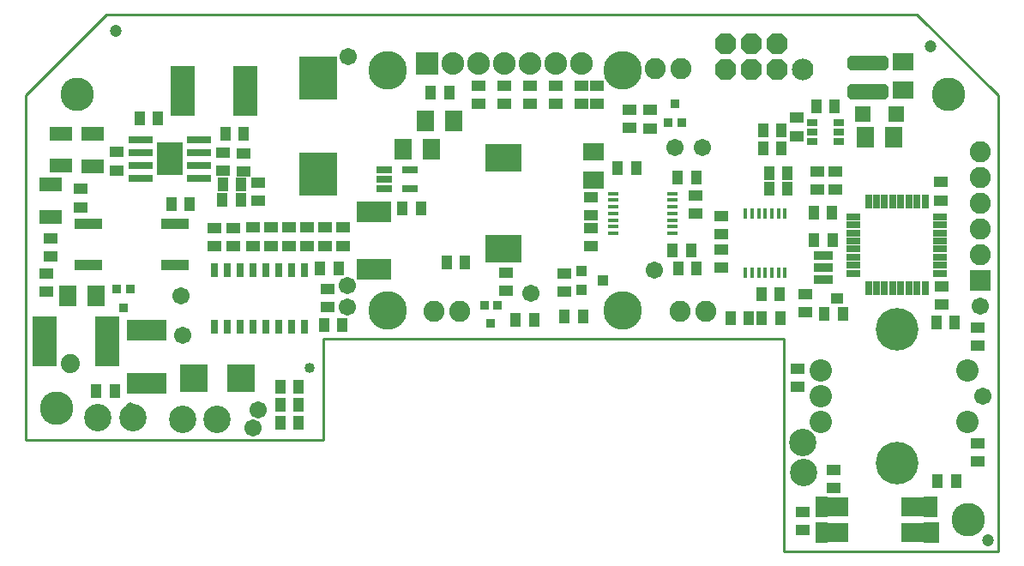
<source format=gts>
G04 EAGLE Gerber RS-274X export*
G75*
%MOMM*%
%FSLAX34Y34*%
%LPD*%
%INTop Solder Mask*%
%IPPOS*%
%AMOC8*
5,1,8,0,0,1.08239X$1,22.5*%
G01*
%ADD10C,3.303194*%
%ADD11R,1.397000X2.032000*%
%ADD12R,1.524000X2.032000*%
%ADD13R,1.143000X2.032000*%
%ADD14R,1.143000X1.016000*%
%ADD15C,2.203200*%
%ADD16C,4.203200*%
%ADD17R,1.524000X0.762000*%
%ADD18R,1.403200X1.003200*%
%ADD19R,1.003200X1.403200*%
%ADD20R,3.403200X2.003200*%
%ADD21R,2.235200X2.235200*%
%ADD22C,2.235200*%
%ADD23C,3.803200*%
%ADD24R,1.803200X2.003200*%
%ADD25R,2.794000X1.066800*%
%ADD26R,1.903200X0.903200*%
%ADD27R,1.473200X0.762000*%
%ADD28R,0.762000X1.473200*%
%ADD29R,0.803200X1.403200*%
%ADD30R,1.003200X0.653200*%
%ADD31R,2.353200X0.703200*%
%ADD32R,2.603200X3.303200*%
%ADD33C,0.828322*%
%ADD34R,3.703200X4.303200*%
%ADD35R,1.600200X1.600200*%
%ADD36R,2.003200X1.803200*%
%ADD37R,1.103200X1.003200*%
%ADD38R,2.203200X1.403200*%
%ADD39R,2.489200X5.003200*%
%ADD40R,2.743200X2.743200*%
%ADD41R,0.903200X0.903200*%
%ADD42R,3.903200X2.003200*%
%ADD43C,1.203200*%
%ADD44C,1.703200*%
%ADD45C,2.082800*%
%ADD46R,2.082800X2.082800*%
%ADD47R,1.000000X0.450000*%
%ADD48R,0.450000X1.000000*%
%ADD49R,2.203200X1.983200*%
%ADD50P,2.254402X8X22.500000*%
%ADD51C,1.016000*%
%ADD52R,3.603200X2.803200*%
%ADD53C,0.965200*%
%ADD54C,2.703200*%
%ADD55C,1.879600*%
%ADD56C,2.133600*%
%ADD57C,0.254000*%


D10*
X50800Y340800D03*
X910800Y340800D03*
X30800Y30800D03*
X930800Y-79200D03*
D11*
X893445Y-66040D03*
D12*
X894080Y-91440D03*
D13*
X785495Y-66040D03*
X785495Y-91440D03*
D14*
X800735Y139700D03*
D15*
X785070Y68600D03*
X785070Y17800D03*
X785070Y43200D03*
D16*
X860000Y-22840D03*
X860000Y109240D03*
D15*
X929850Y17800D03*
X929850Y68600D03*
D17*
X353822Y266446D03*
X353822Y257048D03*
X353822Y247650D03*
X379222Y247650D03*
X379222Y266446D03*
D18*
X224155Y191533D03*
X224155Y209533D03*
X241935Y191533D03*
X241935Y209533D03*
X259715Y191533D03*
X259715Y209533D03*
X277495Y191533D03*
X277495Y209533D03*
X313055Y191533D03*
X313055Y209533D03*
X295275Y191533D03*
X295275Y209533D03*
X204851Y191406D03*
X204851Y209406D03*
X186309Y191406D03*
X186309Y209406D03*
D19*
X194454Y252222D03*
X212454Y252222D03*
D20*
X344170Y224723D03*
X344170Y168723D03*
D19*
X269604Y16510D03*
X251604Y16510D03*
X251604Y34290D03*
X269604Y34290D03*
X251604Y52070D03*
X269604Y52070D03*
D21*
X396320Y371420D03*
D22*
X421720Y371420D03*
X447120Y371420D03*
X472520Y371420D03*
X497920Y371420D03*
X523320Y371420D03*
D23*
X589120Y127820D03*
X357120Y127820D03*
X357120Y364820D03*
X589120Y364820D03*
D22*
X548720Y371420D03*
D18*
X762000Y51960D03*
X762000Y69960D03*
X769620Y125620D03*
X769620Y143620D03*
D19*
X918320Y-40640D03*
X900320Y-40640D03*
D18*
X939800Y-21700D03*
X939800Y-3700D03*
X24257Y198738D03*
X24257Y180738D03*
D19*
X399940Y342900D03*
X417940Y342900D03*
D24*
X422940Y314960D03*
X394940Y314960D03*
D18*
X798957Y246778D03*
X798957Y264778D03*
D25*
X147606Y172974D03*
X147606Y213106D03*
X61754Y213106D03*
X61754Y172974D03*
D19*
X162162Y232537D03*
X144162Y232537D03*
D18*
X563880Y331360D03*
X563880Y349360D03*
X781177Y246778D03*
X781177Y264778D03*
D26*
X787527Y158053D03*
X787527Y170053D03*
X787527Y182053D03*
D27*
X816991Y220278D03*
X816991Y212278D03*
X816991Y204278D03*
X816991Y196278D03*
X816991Y188278D03*
X816991Y180278D03*
X816991Y172278D03*
X816991Y164278D03*
D28*
X831917Y149352D03*
X839917Y149352D03*
X847917Y149352D03*
X855917Y149352D03*
X863917Y149352D03*
X871917Y149352D03*
X879917Y149352D03*
X887917Y149352D03*
D27*
X902843Y164278D03*
X902843Y172278D03*
X902843Y180278D03*
X902843Y188278D03*
X902843Y196278D03*
X902843Y204278D03*
X902843Y212278D03*
X902843Y220278D03*
D28*
X887917Y235204D03*
X879917Y235204D03*
X871917Y235204D03*
X863917Y235204D03*
X855917Y235204D03*
X847917Y235204D03*
X839917Y235204D03*
X831917Y235204D03*
D18*
X903859Y254491D03*
X903859Y236491D03*
D29*
X274955Y167573D03*
X262255Y167573D03*
X249555Y167573D03*
X236855Y167573D03*
X224155Y167573D03*
X211455Y167573D03*
X198755Y167573D03*
X186055Y167573D03*
X186055Y111573D03*
X198755Y111573D03*
X211455Y111573D03*
X224155Y111573D03*
X236855Y111573D03*
X249555Y111573D03*
X262255Y111573D03*
X274955Y111573D03*
D18*
X298450Y131081D03*
X298450Y149081D03*
X447040Y331360D03*
X447040Y349360D03*
X472440Y331360D03*
X472440Y349360D03*
X497840Y331360D03*
X497840Y349360D03*
X523240Y331360D03*
X523240Y349360D03*
X548640Y331360D03*
X548640Y349360D03*
D30*
X776809Y313411D03*
X776809Y303911D03*
X776809Y294411D03*
X802309Y294411D03*
X802309Y303911D03*
X802309Y313411D03*
D31*
X113617Y296545D03*
X113617Y283845D03*
X113617Y271145D03*
X113617Y258445D03*
X171117Y258445D03*
X171117Y271145D03*
X171117Y283845D03*
X171117Y296545D03*
D32*
X142367Y277495D03*
D33*
X815594Y346884D02*
X847344Y346884D01*
X847344Y340634D01*
X815594Y340634D01*
X815594Y346884D01*
X815594Y374884D02*
X847344Y374884D01*
X847344Y368634D01*
X815594Y368634D01*
X815594Y374884D01*
D34*
X288671Y262253D03*
X288671Y357253D03*
D19*
X780559Y329311D03*
X798559Y329311D03*
D35*
X826389Y321691D03*
X859409Y321691D03*
D36*
X866521Y373029D03*
X866521Y345029D03*
D19*
X727981Y305689D03*
X745981Y305689D03*
D18*
X761619Y299991D03*
X761619Y317991D03*
D19*
X745981Y287909D03*
X727981Y287909D03*
D24*
X828899Y298831D03*
X856899Y298831D03*
D37*
X569809Y157519D03*
X548809Y148019D03*
X548809Y167019D03*
D19*
X550029Y121479D03*
X532029Y121479D03*
D18*
X531379Y145931D03*
X531379Y163931D03*
D19*
X602598Y267843D03*
X584598Y267843D03*
D18*
X557657Y239378D03*
X557657Y221378D03*
X557657Y190898D03*
X557657Y208898D03*
D36*
X560578Y256383D03*
X560578Y284383D03*
D19*
X638700Y186563D03*
X656700Y186563D03*
X644415Y168910D03*
X662415Y168910D03*
D18*
X661162Y241537D03*
X661162Y223537D03*
D38*
X34798Y302512D03*
X34798Y270512D03*
X66421Y302004D03*
X66421Y270004D03*
X24892Y252347D03*
X24892Y220347D03*
D18*
X89667Y266099D03*
X89667Y284099D03*
D19*
X112311Y317759D03*
X130311Y317759D03*
D18*
X214757Y282812D03*
X214757Y264812D03*
D19*
X197375Y302260D03*
X215375Y302260D03*
D18*
X194437Y283447D03*
X194437Y265447D03*
D19*
X194213Y236748D03*
X212213Y236748D03*
D39*
X216928Y344805D03*
X154928Y344805D03*
D40*
X212725Y60579D03*
X165735Y60579D03*
D18*
X53848Y247633D03*
X53848Y229633D03*
X616712Y307611D03*
X616712Y325611D03*
D41*
X634342Y313330D03*
X647342Y313330D03*
X640842Y331830D03*
D42*
X119761Y108423D03*
X119761Y55923D03*
D39*
X18657Y97282D03*
X80657Y97282D03*
D18*
X596519Y308246D03*
X596519Y326246D03*
D43*
X88900Y403860D03*
X893699Y388366D03*
X949960Y-99060D03*
D18*
X20320Y145940D03*
X20320Y163940D03*
X939800Y92600D03*
X939800Y110600D03*
X229362Y253856D03*
X229362Y235856D03*
D24*
X41880Y142240D03*
X69880Y142240D03*
D19*
X69740Y48260D03*
X87740Y48260D03*
D24*
X372207Y286639D03*
X400207Y286639D03*
D19*
X390000Y228600D03*
X372000Y228600D03*
X778400Y197104D03*
X796400Y197104D03*
D18*
X904240Y133240D03*
X904240Y151240D03*
D44*
X229616Y29591D03*
D45*
X621411Y366522D03*
X646811Y366522D03*
D46*
X942340Y157480D03*
D45*
X942340Y182880D03*
X942340Y208280D03*
X942340Y233680D03*
X942340Y259080D03*
X942340Y284480D03*
D47*
X580350Y243020D03*
X580350Y236520D03*
X580350Y230020D03*
X580350Y223520D03*
X580350Y217020D03*
X580350Y210520D03*
X580350Y204020D03*
X638850Y204020D03*
X638850Y210520D03*
X638850Y217020D03*
X638850Y223520D03*
X638850Y230020D03*
X638850Y236520D03*
X638850Y243020D03*
D48*
X710750Y165060D03*
X717250Y165060D03*
X723750Y165060D03*
X730250Y165060D03*
X736750Y165060D03*
X743250Y165060D03*
X749750Y165060D03*
X749750Y223560D03*
X743250Y223560D03*
X736750Y223560D03*
X730250Y223560D03*
X723750Y223560D03*
X717250Y223560D03*
X710750Y223560D03*
D19*
X733950Y262890D03*
X751950Y262890D03*
X733950Y247650D03*
X751950Y247650D03*
X744330Y143510D03*
X726330Y143510D03*
X744838Y120142D03*
X726838Y120142D03*
D18*
X687070Y170070D03*
X687070Y188070D03*
D49*
X801190Y-66040D03*
X801190Y-91440D03*
X875690Y-91440D03*
X875690Y-66040D03*
D41*
X103020Y148950D03*
X90020Y148950D03*
X96520Y130450D03*
D19*
X806560Y124460D03*
X788560Y124460D03*
D18*
X767080Y-71010D03*
X767080Y-89010D03*
X797560Y-29608D03*
X797560Y-47608D03*
D19*
X661780Y259080D03*
X643780Y259080D03*
D18*
X687070Y221090D03*
X687070Y203090D03*
D50*
X690880Y365760D03*
X690880Y391160D03*
X716280Y365760D03*
X716280Y391160D03*
X741680Y365760D03*
X741680Y391160D03*
D19*
X294530Y113030D03*
X312530Y113030D03*
X290720Y168910D03*
X308720Y168910D03*
D44*
X498348Y144526D03*
D51*
X280670Y71120D03*
D44*
X641350Y288290D03*
X317500Y152400D03*
X317500Y130810D03*
X153670Y142240D03*
X621030Y167640D03*
X668020Y288290D03*
X154940Y102870D03*
X224790Y11430D03*
X942340Y132080D03*
D19*
X899050Y115570D03*
X917050Y115570D03*
D18*
X473964Y146956D03*
X473964Y164956D03*
D44*
X944880Y43180D03*
D19*
X795892Y224536D03*
X777892Y224536D03*
D44*
X318016Y378620D03*
D52*
X471424Y188680D03*
X471424Y278680D03*
D41*
X465732Y133202D03*
X452732Y133202D03*
X459232Y114702D03*
D19*
X433688Y174752D03*
X415688Y174752D03*
D45*
X402844Y127000D03*
X428244Y127000D03*
D19*
X714104Y119888D03*
X696104Y119888D03*
D45*
X645668Y127000D03*
X671068Y127000D03*
D19*
X501760Y118110D03*
X483760Y118110D03*
D53*
X103000Y32000D03*
X71000Y30000D03*
X767000Y-71000D03*
X774000Y-3000D03*
D54*
X71000Y22000D03*
X189000Y20000D03*
D55*
X44450Y75438D03*
D56*
X767080Y365760D03*
D54*
X155000Y20000D03*
X106000Y22000D03*
X768000Y-32000D03*
X767000Y-3000D03*
D57*
X0Y0D02*
X293500Y0D01*
X293500Y100000D01*
X748100Y100000D01*
X748100Y-110000D01*
X960000Y-110000D01*
X960000Y340000D01*
X880028Y419972D01*
X79972Y419972D01*
X0Y340000D01*
X0Y0D01*
M02*

</source>
